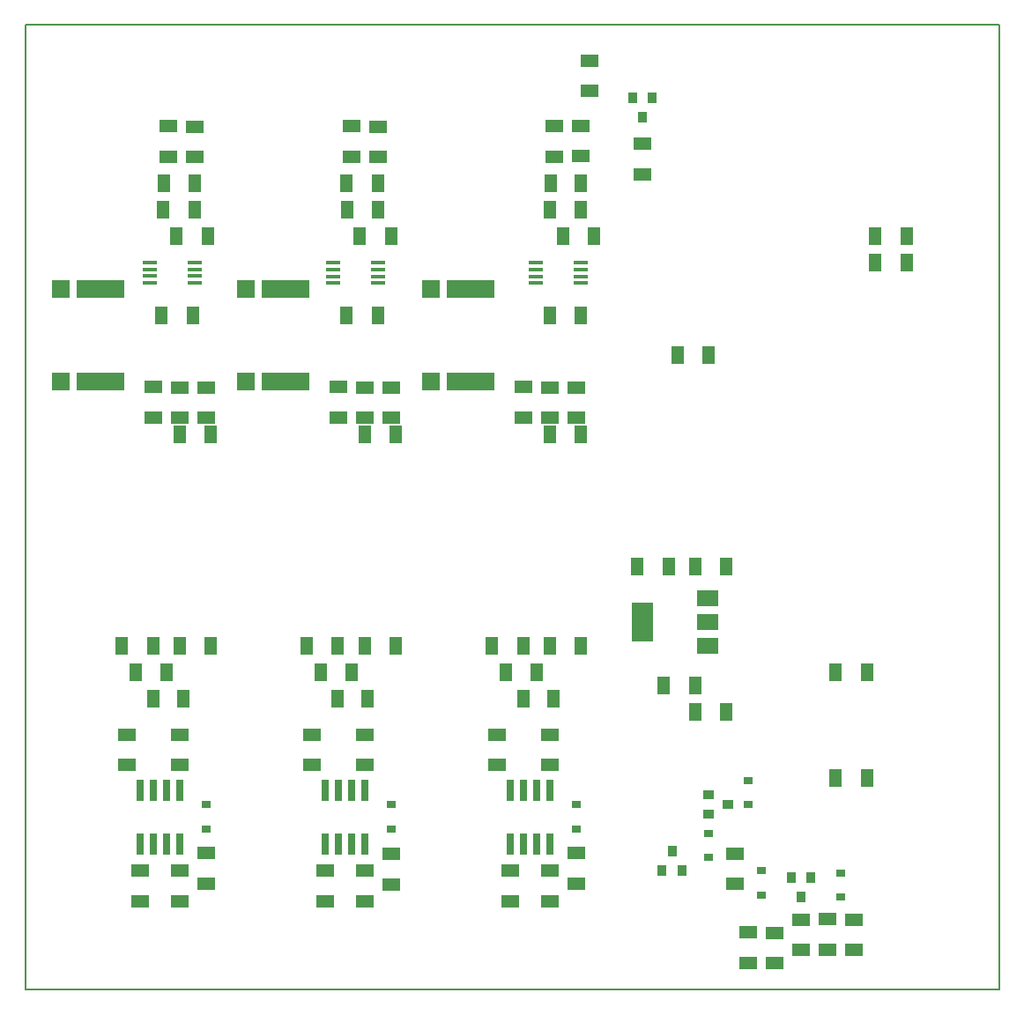
<source format=gbr>
G04 PROTEUS RS274X GERBER FILE*
%FSLAX45Y45*%
%MOMM*%
G01*
%ADD72R,1.143000X1.803400*%
%ADD73R,1.803400X1.143000*%
%ADD30R,4.572000X1.651000*%
%ADD31R,1.651000X1.651000*%
%ADD32R,0.635000X2.032000*%
%ADD33R,0.889000X0.635000*%
%ADD34R,1.447800X0.381000*%
%ADD35R,0.889000X1.016000*%
%ADD36R,1.016000X0.889000*%
%ADD37R,2.032000X1.524000*%
%ADD38R,2.032000X3.810000*%
%ADD20C,0.203200*%
D72*
X+9017000Y+7493000D03*
X+8717000Y+7493000D03*
X+9017000Y+7239000D03*
X+8717000Y+7239000D03*
D73*
X+6477000Y+8382000D03*
X+6477000Y+8092000D03*
D72*
X+8636000Y+3302000D03*
X+8336000Y+3302000D03*
X+8636000Y+2286000D03*
X+8336000Y+2286000D03*
X+6985000Y+2921000D03*
X+7285000Y+2921000D03*
X+6731000Y+4318000D03*
X+6431000Y+4318000D03*
X+6985000Y+4318000D03*
X+7285000Y+4318000D03*
X+6985000Y+3175000D03*
X+6685000Y+3175000D03*
D30*
X+3048000Y+6985000D03*
X+3048000Y+6096000D03*
D31*
X+2667000Y+6096000D03*
X+2667000Y+6985000D03*
D30*
X+4826000Y+6985000D03*
X+4826000Y+6096000D03*
D31*
X+4445000Y+6096000D03*
X+4445000Y+6985000D03*
D30*
X+1270000Y+6985000D03*
X+1270000Y+6096000D03*
D31*
X+889000Y+6096000D03*
X+889000Y+6985000D03*
D72*
X+2332000Y+3556000D03*
X+2032000Y+3556000D03*
D32*
X+2032000Y+1651000D03*
X+1905000Y+1651000D03*
X+1778000Y+1651000D03*
X+1651000Y+1651000D03*
X+1651000Y+2171700D03*
X+1778000Y+2171700D03*
X+1905000Y+2171700D03*
X+2032000Y+2171700D03*
D73*
X+2286000Y+1570000D03*
X+2286000Y+1270000D03*
D33*
X+2286000Y+1797050D03*
X+2286000Y+2032000D03*
D73*
X+2032000Y+2703000D03*
X+2032000Y+2413000D03*
X+1524000Y+2703000D03*
X+1524000Y+2413000D03*
D34*
X+1746000Y+7047000D03*
X+1746000Y+7112000D03*
X+1746000Y+7177000D03*
X+1746000Y+7242000D03*
X+2176000Y+7242000D03*
X+2176000Y+7177000D03*
X+2176000Y+7112000D03*
X+2176000Y+7047000D03*
D72*
X+1876000Y+7750000D03*
X+2176000Y+7750000D03*
X+1859000Y+6731000D03*
X+2159000Y+6731000D03*
D73*
X+1922000Y+8258000D03*
X+1922000Y+8558000D03*
D72*
X+2003000Y+7496000D03*
X+2303000Y+7496000D03*
D73*
X+2176000Y+8548000D03*
X+2176000Y+8258000D03*
D72*
X+1886000Y+8004000D03*
X+2176000Y+8004000D03*
D32*
X+3810000Y+1651000D03*
X+3683000Y+1651000D03*
X+3556000Y+1651000D03*
X+3429000Y+1651000D03*
X+3429000Y+2171700D03*
X+3556000Y+2171700D03*
X+3683000Y+2171700D03*
X+3810000Y+2171700D03*
D73*
X+3810000Y+2703000D03*
X+3810000Y+2413000D03*
X+3302000Y+2703000D03*
X+3302000Y+2413000D03*
X+4064000Y+1561707D03*
X+4064000Y+1261707D03*
D33*
X+4064000Y+1797050D03*
X+4064000Y+2032000D03*
X+5842000Y+1797050D03*
X+5842000Y+2032000D03*
D32*
X+5588000Y+1651000D03*
X+5461000Y+1651000D03*
X+5334000Y+1651000D03*
X+5207000Y+1651000D03*
X+5207000Y+2171700D03*
X+5334000Y+2171700D03*
X+5461000Y+2171700D03*
X+5588000Y+2171700D03*
D73*
X+5842000Y+1570000D03*
X+5842000Y+1270000D03*
X+5588000Y+2703000D03*
X+5588000Y+2413000D03*
X+5080000Y+2703000D03*
X+5080000Y+2413000D03*
D34*
X+3507000Y+7044000D03*
X+3507000Y+7109000D03*
X+3507000Y+7174000D03*
X+3507000Y+7239000D03*
X+3937000Y+7239000D03*
X+3937000Y+7174000D03*
X+3937000Y+7109000D03*
X+3937000Y+7044000D03*
X+5458000Y+7044000D03*
X+5458000Y+7109000D03*
X+5458000Y+7174000D03*
X+5458000Y+7239000D03*
X+5888000Y+7239000D03*
X+5888000Y+7174000D03*
X+5888000Y+7109000D03*
X+5888000Y+7044000D03*
D73*
X+3683000Y+8255000D03*
X+3683000Y+8555000D03*
D72*
X+3764000Y+7493000D03*
X+4064000Y+7493000D03*
X+3637000Y+8001000D03*
X+3937000Y+8001000D03*
X+3637000Y+6731000D03*
X+3937000Y+6731000D03*
D73*
X+3937000Y+8545000D03*
X+3937000Y+8255000D03*
D72*
X+3647000Y+7747000D03*
X+3937000Y+7747000D03*
D73*
X+5634000Y+8255000D03*
X+5634000Y+8555000D03*
D72*
X+5715000Y+7493000D03*
X+6015000Y+7493000D03*
X+5588000Y+7747000D03*
X+5888000Y+7747000D03*
X+5588000Y+6731000D03*
X+5888000Y+6731000D03*
D73*
X+5888000Y+8555000D03*
X+5888000Y+8265000D03*
D72*
X+5598000Y+8001000D03*
X+5888000Y+8001000D03*
D73*
X+5588000Y+1397000D03*
X+5588000Y+1107000D03*
X+5207000Y+1397000D03*
X+5207000Y+1107000D03*
X+3810000Y+1397000D03*
X+3810000Y+1107000D03*
X+3429000Y+1397000D03*
X+3429000Y+1107000D03*
X+2032000Y+1397000D03*
X+2032000Y+1107000D03*
X+1651000Y+1397000D03*
X+1651000Y+1107000D03*
D72*
X+2032000Y+5588000D03*
X+2332000Y+5588000D03*
X+1778000Y+3556000D03*
X+1478000Y+3556000D03*
D73*
X+2286000Y+5751000D03*
X+2286000Y+6041000D03*
D72*
X+1615000Y+3302000D03*
X+1905000Y+3302000D03*
D73*
X+1778000Y+6051000D03*
X+1778000Y+5751000D03*
X+2032000Y+5751000D03*
X+2032000Y+6041000D03*
D72*
X+1778000Y+3048000D03*
X+2068000Y+3048000D03*
X+3393000Y+3302000D03*
X+3683000Y+3302000D03*
X+3810000Y+5588000D03*
X+4110000Y+5588000D03*
D73*
X+3556226Y+6050774D03*
X+3556226Y+5750774D03*
D72*
X+3550255Y+3556000D03*
X+3250255Y+3556000D03*
X+4110000Y+3556000D03*
X+3810000Y+3556000D03*
D73*
X+4064226Y+5750774D03*
X+4064226Y+6040774D03*
X+3810226Y+5750774D03*
X+3810226Y+6040774D03*
D72*
X+3550255Y+3048000D03*
X+3840255Y+3048000D03*
X+5588000Y+5588000D03*
X+5888000Y+5588000D03*
D73*
X+5334000Y+6051000D03*
X+5334000Y+5751000D03*
D72*
X+5334000Y+3556000D03*
X+5034000Y+3556000D03*
X+5888000Y+3556000D03*
X+5588000Y+3556000D03*
D73*
X+5842000Y+5751000D03*
X+5842000Y+6041000D03*
X+5588000Y+5751000D03*
X+5588000Y+6041000D03*
D72*
X+5171000Y+3302000D03*
X+5461000Y+3302000D03*
X+5334000Y+3048000D03*
X+5624000Y+3048000D03*
D35*
X+6764020Y+1587500D03*
X+6858000Y+1397000D03*
X+6670040Y+1397000D03*
D33*
X+7112000Y+1758950D03*
X+7112000Y+1524000D03*
X+7620000Y+1162050D03*
X+7620000Y+1397000D03*
D73*
X+8255000Y+635000D03*
X+8255000Y+935000D03*
D33*
X+8382000Y+1143000D03*
X+8382000Y+1377950D03*
D73*
X+8001000Y+635000D03*
X+8001000Y+925000D03*
X+8509000Y+635000D03*
X+8509000Y+925000D03*
D35*
X+8001000Y+1143000D03*
X+7907020Y+1333500D03*
X+8094980Y+1333500D03*
D73*
X+7493000Y+508000D03*
X+7493000Y+808000D03*
D33*
X+7493000Y+2032000D03*
X+7493000Y+2266950D03*
D36*
X+7302535Y+2032000D03*
X+7112035Y+1938020D03*
X+7112035Y+2125980D03*
D73*
X+7366000Y+1270000D03*
X+7366000Y+1560000D03*
X+7747000Y+508000D03*
X+7747000Y+798000D03*
D35*
X+6477000Y+8636000D03*
X+6383020Y+8826500D03*
X+6570980Y+8826500D03*
D72*
X+7112000Y+6350000D03*
X+6822000Y+6350000D03*
D73*
X+5969000Y+8890000D03*
X+5969000Y+9180000D03*
D37*
X+7106920Y+4018856D03*
D38*
X+6477000Y+3787716D03*
D37*
X+7106920Y+3787716D03*
X+7106920Y+3556576D03*
D20*
X+552000Y+254000D02*
X+9906000Y+254000D01*
X+9906000Y+9525000D01*
X+552000Y+9525000D01*
X+552000Y+254000D01*
M02*

</source>
